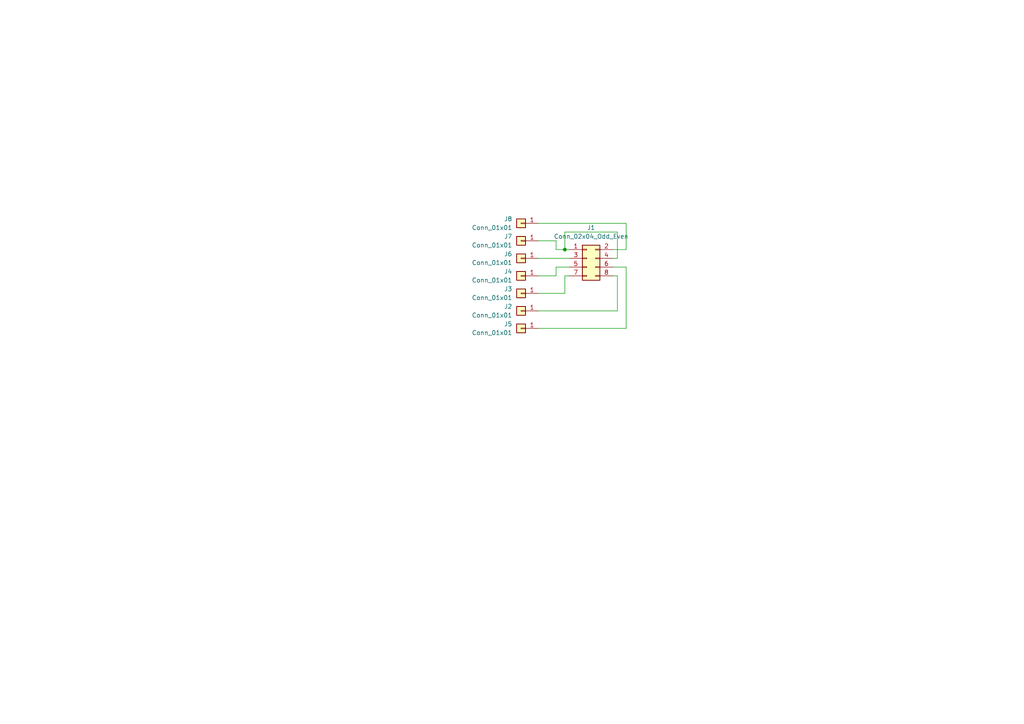
<source format=kicad_sch>
(kicad_sch
	(version 20231120)
	(generator "eeschema")
	(generator_version "8.0")
	(uuid "cf702f1d-5cbb-44f4-860f-9a088b1a9f9e")
	(paper "A4")
	(lib_symbols
		(symbol "Connector_Generic:Conn_01x01"
			(pin_names
				(offset 1.016) hide)
			(exclude_from_sim no)
			(in_bom yes)
			(on_board yes)
			(property "Reference" "J"
				(at 0 2.54 0)
				(effects
					(font
						(size 1.27 1.27)
					)
				)
			)
			(property "Value" "Conn_01x01"
				(at 0 -2.54 0)
				(effects
					(font
						(size 1.27 1.27)
					)
				)
			)
			(property "Footprint" ""
				(at 0 0 0)
				(effects
					(font
						(size 1.27 1.27)
					)
					(hide yes)
				)
			)
			(property "Datasheet" "~"
				(at 0 0 0)
				(effects
					(font
						(size 1.27 1.27)
					)
					(hide yes)
				)
			)
			(property "Description" "Generic connector, single row, 01x01, script generated (kicad-library-utils/schlib/autogen/connector/)"
				(at 0 0 0)
				(effects
					(font
						(size 1.27 1.27)
					)
					(hide yes)
				)
			)
			(property "ki_keywords" "connector"
				(at 0 0 0)
				(effects
					(font
						(size 1.27 1.27)
					)
					(hide yes)
				)
			)
			(property "ki_fp_filters" "Connector*:*_1x??_*"
				(at 0 0 0)
				(effects
					(font
						(size 1.27 1.27)
					)
					(hide yes)
				)
			)
			(symbol "Conn_01x01_1_1"
				(rectangle
					(start -1.27 0.127)
					(end 0 -0.127)
					(stroke
						(width 0.1524)
						(type default)
					)
					(fill
						(type none)
					)
				)
				(rectangle
					(start -1.27 1.27)
					(end 1.27 -1.27)
					(stroke
						(width 0.254)
						(type default)
					)
					(fill
						(type background)
					)
				)
				(pin passive line
					(at -5.08 0 0)
					(length 3.81)
					(name "Pin_1"
						(effects
							(font
								(size 1.27 1.27)
							)
						)
					)
					(number "1"
						(effects
							(font
								(size 1.27 1.27)
							)
						)
					)
				)
			)
		)
		(symbol "Connector_Generic:Conn_02x04_Odd_Even"
			(pin_names
				(offset 1.016) hide)
			(exclude_from_sim no)
			(in_bom yes)
			(on_board yes)
			(property "Reference" "J"
				(at 1.27 5.08 0)
				(effects
					(font
						(size 1.27 1.27)
					)
				)
			)
			(property "Value" "Conn_02x04_Odd_Even"
				(at 1.27 -7.62 0)
				(effects
					(font
						(size 1.27 1.27)
					)
				)
			)
			(property "Footprint" ""
				(at 0 0 0)
				(effects
					(font
						(size 1.27 1.27)
					)
					(hide yes)
				)
			)
			(property "Datasheet" "~"
				(at 0 0 0)
				(effects
					(font
						(size 1.27 1.27)
					)
					(hide yes)
				)
			)
			(property "Description" "Generic connector, double row, 02x04, odd/even pin numbering scheme (row 1 odd numbers, row 2 even numbers), script generated (kicad-library-utils/schlib/autogen/connector/)"
				(at 0 0 0)
				(effects
					(font
						(size 1.27 1.27)
					)
					(hide yes)
				)
			)
			(property "ki_keywords" "connector"
				(at 0 0 0)
				(effects
					(font
						(size 1.27 1.27)
					)
					(hide yes)
				)
			)
			(property "ki_fp_filters" "Connector*:*_2x??_*"
				(at 0 0 0)
				(effects
					(font
						(size 1.27 1.27)
					)
					(hide yes)
				)
			)
			(symbol "Conn_02x04_Odd_Even_1_1"
				(rectangle
					(start -1.27 -4.953)
					(end 0 -5.207)
					(stroke
						(width 0.1524)
						(type default)
					)
					(fill
						(type none)
					)
				)
				(rectangle
					(start -1.27 -2.413)
					(end 0 -2.667)
					(stroke
						(width 0.1524)
						(type default)
					)
					(fill
						(type none)
					)
				)
				(rectangle
					(start -1.27 0.127)
					(end 0 -0.127)
					(stroke
						(width 0.1524)
						(type default)
					)
					(fill
						(type none)
					)
				)
				(rectangle
					(start -1.27 2.667)
					(end 0 2.413)
					(stroke
						(width 0.1524)
						(type default)
					)
					(fill
						(type none)
					)
				)
				(rectangle
					(start -1.27 3.81)
					(end 3.81 -6.35)
					(stroke
						(width 0.254)
						(type default)
					)
					(fill
						(type background)
					)
				)
				(rectangle
					(start 3.81 -4.953)
					(end 2.54 -5.207)
					(stroke
						(width 0.1524)
						(type default)
					)
					(fill
						(type none)
					)
				)
				(rectangle
					(start 3.81 -2.413)
					(end 2.54 -2.667)
					(stroke
						(width 0.1524)
						(type default)
					)
					(fill
						(type none)
					)
				)
				(rectangle
					(start 3.81 0.127)
					(end 2.54 -0.127)
					(stroke
						(width 0.1524)
						(type default)
					)
					(fill
						(type none)
					)
				)
				(rectangle
					(start 3.81 2.667)
					(end 2.54 2.413)
					(stroke
						(width 0.1524)
						(type default)
					)
					(fill
						(type none)
					)
				)
				(pin passive line
					(at -5.08 2.54 0)
					(length 3.81)
					(name "Pin_1"
						(effects
							(font
								(size 1.27 1.27)
							)
						)
					)
					(number "1"
						(effects
							(font
								(size 1.27 1.27)
							)
						)
					)
				)
				(pin passive line
					(at 7.62 2.54 180)
					(length 3.81)
					(name "Pin_2"
						(effects
							(font
								(size 1.27 1.27)
							)
						)
					)
					(number "2"
						(effects
							(font
								(size 1.27 1.27)
							)
						)
					)
				)
				(pin passive line
					(at -5.08 0 0)
					(length 3.81)
					(name "Pin_3"
						(effects
							(font
								(size 1.27 1.27)
							)
						)
					)
					(number "3"
						(effects
							(font
								(size 1.27 1.27)
							)
						)
					)
				)
				(pin passive line
					(at 7.62 0 180)
					(length 3.81)
					(name "Pin_4"
						(effects
							(font
								(size 1.27 1.27)
							)
						)
					)
					(number "4"
						(effects
							(font
								(size 1.27 1.27)
							)
						)
					)
				)
				(pin passive line
					(at -5.08 -2.54 0)
					(length 3.81)
					(name "Pin_5"
						(effects
							(font
								(size 1.27 1.27)
							)
						)
					)
					(number "5"
						(effects
							(font
								(size 1.27 1.27)
							)
						)
					)
				)
				(pin passive line
					(at 7.62 -2.54 180)
					(length 3.81)
					(name "Pin_6"
						(effects
							(font
								(size 1.27 1.27)
							)
						)
					)
					(number "6"
						(effects
							(font
								(size 1.27 1.27)
							)
						)
					)
				)
				(pin passive line
					(at -5.08 -5.08 0)
					(length 3.81)
					(name "Pin_7"
						(effects
							(font
								(size 1.27 1.27)
							)
						)
					)
					(number "7"
						(effects
							(font
								(size 1.27 1.27)
							)
						)
					)
				)
				(pin passive line
					(at 7.62 -5.08 180)
					(length 3.81)
					(name "Pin_8"
						(effects
							(font
								(size 1.27 1.27)
							)
						)
					)
					(number "8"
						(effects
							(font
								(size 1.27 1.27)
							)
						)
					)
				)
			)
		)
	)
	(junction
		(at 163.83 72.39)
		(diameter 0)
		(color 0 0 0 0)
		(uuid "3e2d5e94-1b50-4f8d-bb1f-935a8c4d3599")
	)
	(wire
		(pts
			(xy 161.29 80.01) (xy 161.29 77.47)
		)
		(stroke
			(width 0)
			(type default)
		)
		(uuid "04923d28-8412-4c12-98c4-c957bf579a9f")
	)
	(wire
		(pts
			(xy 179.07 90.17) (xy 179.07 80.01)
		)
		(stroke
			(width 0)
			(type default)
		)
		(uuid "0b9ae614-ab79-4d64-b1a3-5dd14b0c6d65")
	)
	(wire
		(pts
			(xy 156.21 85.09) (xy 163.83 85.09)
		)
		(stroke
			(width 0)
			(type default)
		)
		(uuid "0ff24902-ab07-4a45-9a26-eaab59b362ae")
	)
	(wire
		(pts
			(xy 156.21 90.17) (xy 179.07 90.17)
		)
		(stroke
			(width 0)
			(type default)
		)
		(uuid "14a2a779-9276-4d02-b0d8-fd76e688c605")
	)
	(wire
		(pts
			(xy 181.61 64.77) (xy 181.61 72.39)
		)
		(stroke
			(width 0)
			(type default)
		)
		(uuid "31e6fd94-a231-4a9f-998c-7a1d02e3613d")
	)
	(wire
		(pts
			(xy 156.21 95.25) (xy 181.61 95.25)
		)
		(stroke
			(width 0)
			(type default)
		)
		(uuid "31f330cb-bd1c-4fea-b65a-f543ecd6e702")
	)
	(wire
		(pts
			(xy 161.29 77.47) (xy 165.1 77.47)
		)
		(stroke
			(width 0)
			(type default)
		)
		(uuid "407e3a5b-c4ca-437f-ae51-7314e8049ea9")
	)
	(wire
		(pts
			(xy 163.83 72.39) (xy 165.1 72.39)
		)
		(stroke
			(width 0)
			(type default)
		)
		(uuid "41a90cef-2164-456d-b22f-ee9d74beb386")
	)
	(wire
		(pts
			(xy 179.07 67.31) (xy 163.83 67.31)
		)
		(stroke
			(width 0)
			(type default)
		)
		(uuid "51c86c21-7aff-4ce8-a289-f5e60821245c")
	)
	(wire
		(pts
			(xy 156.21 69.85) (xy 161.29 69.85)
		)
		(stroke
			(width 0)
			(type default)
		)
		(uuid "5d5e4592-7f51-4518-9366-6b65b15211b0")
	)
	(wire
		(pts
			(xy 163.83 67.31) (xy 163.83 72.39)
		)
		(stroke
			(width 0)
			(type default)
		)
		(uuid "75d6ebbe-da80-4bfa-b4b0-7b2ffa35e364")
	)
	(wire
		(pts
			(xy 161.29 72.39) (xy 163.83 72.39)
		)
		(stroke
			(width 0)
			(type default)
		)
		(uuid "84591c89-4161-4927-9452-ca11295b8453")
	)
	(wire
		(pts
			(xy 156.21 74.93) (xy 165.1 74.93)
		)
		(stroke
			(width 0)
			(type default)
		)
		(uuid "8e236bd6-e21e-49c9-8424-24f68cc127f0")
	)
	(wire
		(pts
			(xy 181.61 77.47) (xy 177.8 77.47)
		)
		(stroke
			(width 0)
			(type default)
		)
		(uuid "91f7037b-bd4d-4593-98cc-e23e03b901a7")
	)
	(wire
		(pts
			(xy 161.29 69.85) (xy 161.29 72.39)
		)
		(stroke
			(width 0)
			(type default)
		)
		(uuid "94172f48-e1a3-4940-b7af-fa985896c214")
	)
	(wire
		(pts
			(xy 179.07 74.93) (xy 179.07 67.31)
		)
		(stroke
			(width 0)
			(type default)
		)
		(uuid "9f6eef4f-11ba-4d6c-841e-b496a217db76")
	)
	(wire
		(pts
			(xy 156.21 80.01) (xy 161.29 80.01)
		)
		(stroke
			(width 0)
			(type default)
		)
		(uuid "bc005778-c3f8-4281-a581-9117a05bb228")
	)
	(wire
		(pts
			(xy 177.8 72.39) (xy 181.61 72.39)
		)
		(stroke
			(width 0)
			(type default)
		)
		(uuid "dc747a51-c66d-4333-a381-9c6f14d63164")
	)
	(wire
		(pts
			(xy 163.83 80.01) (xy 165.1 80.01)
		)
		(stroke
			(width 0)
			(type default)
		)
		(uuid "dd783f87-3771-4fcc-8fd6-cc10994dd129")
	)
	(wire
		(pts
			(xy 163.83 85.09) (xy 163.83 80.01)
		)
		(stroke
			(width 0)
			(type default)
		)
		(uuid "de955b1c-5609-4b19-abee-7ec02f611442")
	)
	(wire
		(pts
			(xy 177.8 74.93) (xy 179.07 74.93)
		)
		(stroke
			(width 0)
			(type default)
		)
		(uuid "e3e6bf7e-c64e-452e-a10f-74a83ff5013b")
	)
	(wire
		(pts
			(xy 156.21 64.77) (xy 181.61 64.77)
		)
		(stroke
			(width 0)
			(type default)
		)
		(uuid "e47bd6ed-7340-4722-8262-357ee05d1efc")
	)
	(wire
		(pts
			(xy 177.8 80.01) (xy 179.07 80.01)
		)
		(stroke
			(width 0)
			(type default)
		)
		(uuid "f88248d9-479e-4b32-97d8-b6f008abac5c")
	)
	(wire
		(pts
			(xy 181.61 95.25) (xy 181.61 77.47)
		)
		(stroke
			(width 0)
			(type default)
		)
		(uuid "f8bdcd2e-d39e-4431-b9c5-072919f2ceb4")
	)
	(symbol
		(lib_id "Connector_Generic:Conn_01x01")
		(at 151.13 74.93 0)
		(mirror y)
		(unit 1)
		(exclude_from_sim no)
		(in_bom yes)
		(on_board yes)
		(dnp no)
		(fields_autoplaced yes)
		(uuid "50ebacfe-baad-42a3-b160-c9d5d8a3a50d")
		(property "Reference" "J6"
			(at 148.59 73.6599 0)
			(effects
				(font
					(size 1.27 1.27)
				)
				(justify left)
			)
		)
		(property "Value" "Conn_01x01"
			(at 148.59 76.1999 0)
			(effects
				(font
					(size 1.27 1.27)
				)
				(justify left)
			)
		)
		(property "Footprint" "PogoProbe:PogoRecptacle_D1.4mm_OD2.0mm"
			(at 151.13 74.93 0)
			(effects
				(font
					(size 1.27 1.27)
				)
				(hide yes)
			)
		)
		(property "Datasheet" "~"
			(at 151.13 74.93 0)
			(effects
				(font
					(size 1.27 1.27)
				)
				(hide yes)
			)
		)
		(property "Description" "Generic connector, single row, 01x01, script generated (kicad-library-utils/schlib/autogen/connector/)"
			(at 151.13 74.93 0)
			(effects
				(font
					(size 1.27 1.27)
				)
				(hide yes)
			)
		)
		(pin "1"
			(uuid "b4f4122e-ab12-44c7-8948-e6994d43bfd4")
		)
		(instances
			(project "PogoSignal_KiCad8"
				(path "/cf702f1d-5cbb-44f4-860f-9a088b1a9f9e"
					(reference "J6")
					(unit 1)
				)
			)
		)
	)
	(symbol
		(lib_id "Connector_Generic:Conn_01x01")
		(at 151.13 69.85 0)
		(mirror y)
		(unit 1)
		(exclude_from_sim no)
		(in_bom yes)
		(on_board yes)
		(dnp no)
		(fields_autoplaced yes)
		(uuid "6c2f189e-e282-44a9-b028-0ab1f2c87604")
		(property "Reference" "J7"
			(at 148.59 68.5799 0)
			(effects
				(font
					(size 1.27 1.27)
				)
				(justify left)
			)
		)
		(property "Value" "Conn_01x01"
			(at 148.59 71.1199 0)
			(effects
				(font
					(size 1.27 1.27)
				)
				(justify left)
			)
		)
		(property "Footprint" "PogoProbe:PogoRecptacle_D1.4mm_OD2.0mm"
			(at 151.13 69.85 0)
			(effects
				(font
					(size 1.27 1.27)
				)
				(hide yes)
			)
		)
		(property "Datasheet" "~"
			(at 151.13 69.85 0)
			(effects
				(font
					(size 1.27 1.27)
				)
				(hide yes)
			)
		)
		(property "Description" "Generic connector, single row, 01x01, script generated (kicad-library-utils/schlib/autogen/connector/)"
			(at 151.13 69.85 0)
			(effects
				(font
					(size 1.27 1.27)
				)
				(hide yes)
			)
		)
		(pin "1"
			(uuid "5d8ffdfc-3e84-4fc0-94a4-bdb3599bb679")
		)
		(instances
			(project "PogoSignal_KiCad8"
				(path "/cf702f1d-5cbb-44f4-860f-9a088b1a9f9e"
					(reference "J7")
					(unit 1)
				)
			)
		)
	)
	(symbol
		(lib_id "Connector_Generic:Conn_01x01")
		(at 151.13 90.17 0)
		(mirror y)
		(unit 1)
		(exclude_from_sim no)
		(in_bom yes)
		(on_board yes)
		(dnp no)
		(fields_autoplaced yes)
		(uuid "9297784d-bf01-4ae7-8cbf-9a5e8f024230")
		(property "Reference" "J2"
			(at 148.59 88.8999 0)
			(effects
				(font
					(size 1.27 1.27)
				)
				(justify left)
			)
		)
		(property "Value" "Conn_01x01"
			(at 148.59 91.4399 0)
			(effects
				(font
					(size 1.27 1.27)
				)
				(justify left)
			)
		)
		(property "Footprint" "PogoProbe:PogoRecptacle_D1.4mm_OD2.0mm"
			(at 151.13 90.17 0)
			(effects
				(font
					(size 1.27 1.27)
				)
				(hide yes)
			)
		)
		(property "Datasheet" "~"
			(at 151.13 90.17 0)
			(effects
				(font
					(size 1.27 1.27)
				)
				(hide yes)
			)
		)
		(property "Description" "Generic connector, single row, 01x01, script generated (kicad-library-utils/schlib/autogen/connector/)"
			(at 151.13 90.17 0)
			(effects
				(font
					(size 1.27 1.27)
				)
				(hide yes)
			)
		)
		(pin "1"
			(uuid "cfafb89d-1bec-4b01-863c-4230f49f9dbb")
		)
		(instances
			(project "PogoSignal_KiCad8"
				(path "/cf702f1d-5cbb-44f4-860f-9a088b1a9f9e"
					(reference "J2")
					(unit 1)
				)
			)
		)
	)
	(symbol
		(lib_id "Connector_Generic:Conn_01x01")
		(at 151.13 80.01 0)
		(mirror y)
		(unit 1)
		(exclude_from_sim no)
		(in_bom yes)
		(on_board yes)
		(dnp no)
		(fields_autoplaced yes)
		(uuid "9bd1ae74-6ea4-4d56-9148-fcfcf455ed12")
		(property "Reference" "J4"
			(at 148.59 78.7399 0)
			(effects
				(font
					(size 1.27 1.27)
				)
				(justify left)
			)
		)
		(property "Value" "Conn_01x01"
			(at 148.59 81.2799 0)
			(effects
				(font
					(size 1.27 1.27)
				)
				(justify left)
			)
		)
		(property "Footprint" "PogoProbe:PogoRecptacle_D1.4mm_OD2.0mm"
			(at 151.13 80.01 0)
			(effects
				(font
					(size 1.27 1.27)
				)
				(hide yes)
			)
		)
		(property "Datasheet" "~"
			(at 151.13 80.01 0)
			(effects
				(font
					(size 1.27 1.27)
				)
				(hide yes)
			)
		)
		(property "Description" "Generic connector, single row, 01x01, script generated (kicad-library-utils/schlib/autogen/connector/)"
			(at 151.13 80.01 0)
			(effects
				(font
					(size 1.27 1.27)
				)
				(hide yes)
			)
		)
		(pin "1"
			(uuid "2b90da2d-c2a7-410d-9235-5696e6c6e886")
		)
		(instances
			(project "PogoSignal_KiCad8"
				(path "/cf702f1d-5cbb-44f4-860f-9a088b1a9f9e"
					(reference "J4")
					(unit 1)
				)
			)
		)
	)
	(symbol
		(lib_id "Connector_Generic:Conn_01x01")
		(at 151.13 64.77 0)
		(mirror y)
		(unit 1)
		(exclude_from_sim no)
		(in_bom yes)
		(on_board yes)
		(dnp no)
		(fields_autoplaced yes)
		(uuid "d4bcd7bb-ac50-4428-a91f-f24af1dbdb54")
		(property "Reference" "J8"
			(at 148.59 63.4999 0)
			(effects
				(font
					(size 1.27 1.27)
				)
				(justify left)
			)
		)
		(property "Value" "Conn_01x01"
			(at 148.59 66.0399 0)
			(effects
				(font
					(size 1.27 1.27)
				)
				(justify left)
			)
		)
		(property "Footprint" "PogoProbe:PogoRecptacle_D1.4mm_OD2.0mm"
			(at 151.13 64.77 0)
			(effects
				(font
					(size 1.27 1.27)
				)
				(hide yes)
			)
		)
		(property "Datasheet" "~"
			(at 151.13 64.77 0)
			(effects
				(font
					(size 1.27 1.27)
				)
				(hide yes)
			)
		)
		(property "Description" "Generic connector, single row, 01x01, script generated (kicad-library-utils/schlib/autogen/connector/)"
			(at 151.13 64.77 0)
			(effects
				(font
					(size 1.27 1.27)
				)
				(hide yes)
			)
		)
		(pin "1"
			(uuid "58ec109c-0d50-4a12-bf93-d49ae55c8d7b")
		)
		(instances
			(project "PogoSignal_KiCad8"
				(path "/cf702f1d-5cbb-44f4-860f-9a088b1a9f9e"
					(reference "J8")
					(unit 1)
				)
			)
		)
	)
	(symbol
		(lib_id "Connector_Generic:Conn_02x04_Odd_Even")
		(at 170.18 74.93 0)
		(unit 1)
		(exclude_from_sim no)
		(in_bom yes)
		(on_board yes)
		(dnp no)
		(fields_autoplaced yes)
		(uuid "ec3fe6ed-3ff8-48e6-98ff-7d44d749cda5")
		(property "Reference" "J1"
			(at 171.45 66.04 0)
			(effects
				(font
					(size 1.27 1.27)
				)
			)
		)
		(property "Value" "Conn_02x04_Odd_Even"
			(at 171.45 68.58 0)
			(effects
				(font
					(size 1.27 1.27)
				)
			)
		)
		(property "Footprint" "Connector_PinHeader_2.54mm:PinHeader_2x04_P2.54mm_Vertical"
			(at 170.18 74.93 0)
			(effects
				(font
					(size 1.27 1.27)
				)
				(hide yes)
			)
		)
		(property "Datasheet" "~"
			(at 170.18 74.93 0)
			(effects
				(font
					(size 1.27 1.27)
				)
				(hide yes)
			)
		)
		(property "Description" "Generic connector, double row, 02x04, odd/even pin numbering scheme (row 1 odd numbers, row 2 even numbers), script generated (kicad-library-utils/schlib/autogen/connector/)"
			(at 170.18 74.93 0)
			(effects
				(font
					(size 1.27 1.27)
				)
				(hide yes)
			)
		)
		(pin "2"
			(uuid "ce87ac4d-7ae2-4f90-8546-182c846cc502")
		)
		(pin "6"
			(uuid "100f0213-f6b6-453b-83fb-3e086202bd45")
		)
		(pin "8"
			(uuid "2524e90f-6a9c-43f2-8ddf-042b142bf762")
		)
		(pin "5"
			(uuid "9320fe1a-4b46-46e1-8f9e-052fbf11be8d")
		)
		(pin "7"
			(uuid "ba79276a-4ab9-4400-ad30-faaae69588b2")
		)
		(pin "4"
			(uuid "39fdf125-5936-4116-bafb-bc1b9b137bbd")
		)
		(pin "3"
			(uuid "8eca9f22-c309-4bba-8b6d-2644bf5524c8")
		)
		(pin "1"
			(uuid "afa4149a-2023-4d3e-b299-9eb87358622c")
		)
		(instances
			(project "PogoSignal_KiCad8"
				(path "/cf702f1d-5cbb-44f4-860f-9a088b1a9f9e"
					(reference "J1")
					(unit 1)
				)
			)
		)
	)
	(symbol
		(lib_id "Connector_Generic:Conn_01x01")
		(at 151.13 95.25 0)
		(mirror y)
		(unit 1)
		(exclude_from_sim no)
		(in_bom yes)
		(on_board yes)
		(dnp no)
		(fields_autoplaced yes)
		(uuid "f3def16a-cd69-46ef-9a35-adb7cc06a069")
		(property "Reference" "J5"
			(at 148.59 93.9799 0)
			(effects
				(font
					(size 1.27 1.27)
				)
				(justify left)
			)
		)
		(property "Value" "Conn_01x01"
			(at 148.59 96.5199 0)
			(effects
				(font
					(size 1.27 1.27)
				)
				(justify left)
			)
		)
		(property "Footprint" "PogoProbe:PogoRecptacle_D1.4mm_OD2.0mm"
			(at 151.13 95.25 0)
			(effects
				(font
					(size 1.27 1.27)
				)
				(hide yes)
			)
		)
		(property "Datasheet" "~"
			(at 151.13 95.25 0)
			(effects
				(font
					(size 1.27 1.27)
				)
				(hide yes)
			)
		)
		(property "Description" "Generic connector, single row, 01x01, script generated (kicad-library-utils/schlib/autogen/connector/)"
			(at 151.13 95.25 0)
			(effects
				(font
					(size 1.27 1.27)
				)
				(hide yes)
			)
		)
		(pin "1"
			(uuid "921be5d4-3e50-4d49-bb7b-c6594101d098")
		)
		(instances
			(project "PogoSignal_KiCad8"
				(path "/cf702f1d-5cbb-44f4-860f-9a088b1a9f9e"
					(reference "J5")
					(unit 1)
				)
			)
		)
	)
	(symbol
		(lib_id "Connector_Generic:Conn_01x01")
		(at 151.13 85.09 0)
		(mirror y)
		(unit 1)
		(exclude_from_sim no)
		(in_bom yes)
		(on_board yes)
		(dnp no)
		(fields_autoplaced yes)
		(uuid "f5f49c07-7ed7-4a3f-8170-73d03e5975c2")
		(property "Reference" "J3"
			(at 148.59 83.8199 0)
			(effects
				(font
					(size 1.27 1.27)
				)
				(justify left)
			)
		)
		(property "Value" "Conn_01x01"
			(at 148.59 86.3599 0)
			(effects
				(font
					(size 1.27 1.27)
				)
				(justify left)
			)
		)
		(property "Footprint" "PogoProbe:PogoRecptacle_D1.4mm_OD2.0mm"
			(at 151.13 85.09 0)
			(effects
				(font
					(size 1.27 1.27)
				)
				(hide yes)
			)
		)
		(property "Datasheet" "~"
			(at 151.13 85.09 0)
			(effects
				(font
					(size 1.27 1.27)
				)
				(hide yes)
			)
		)
		(property "Description" "Generic connector, single row, 01x01, script generated (kicad-library-utils/schlib/autogen/connector/)"
			(at 151.13 85.09 0)
			(effects
				(font
					(size 1.27 1.27)
				)
				(hide yes)
			)
		)
		(pin "1"
			(uuid "ac70b939-ceb7-4277-bb20-e0d5ceaa3c53")
		)
		(instances
			(project "PogoSignal_KiCad8"
				(path "/cf702f1d-5cbb-44f4-860f-9a088b1a9f9e"
					(reference "J3")
					(unit 1)
				)
			)
		)
	)
	(sheet_instances
		(path "/"
			(page "1")
		)
	)
)

</source>
